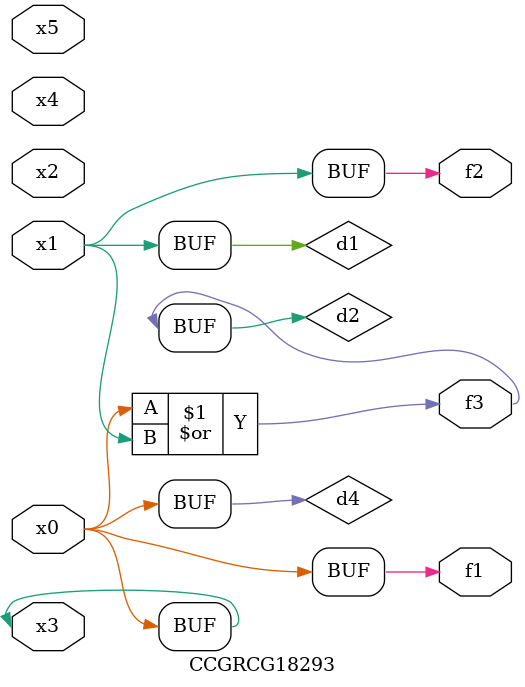
<source format=v>
module CCGRCG18293(
	input x0, x1, x2, x3, x4, x5,
	output f1, f2, f3
);

	wire d1, d2, d3, d4;

	and (d1, x1);
	or (d2, x0, x1);
	nand (d3, x0, x5);
	buf (d4, x0, x3);
	assign f1 = d4;
	assign f2 = d1;
	assign f3 = d2;
endmodule

</source>
